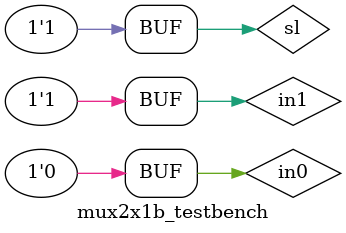
<source format=v>
`define DELAY 20
module mux2x1b_testbench();
reg  in1, in0;
reg sl;
wire out;

mux2x1b mux(out, in1, in0, sl);

initial begin
in1 = 1'd1; in0 = 1'd0; sl = 1'b0;
#`DELAY;
in1 = 1'd1; in0 = 1'd0; sl = 1'b1;
end
 
 
initial
begin
$monitor("time = %2d, in1 =%d, in0=%d, out=%d, select=%1b", $time, in1, in0, out, sl);
end
 
endmodule

</source>
